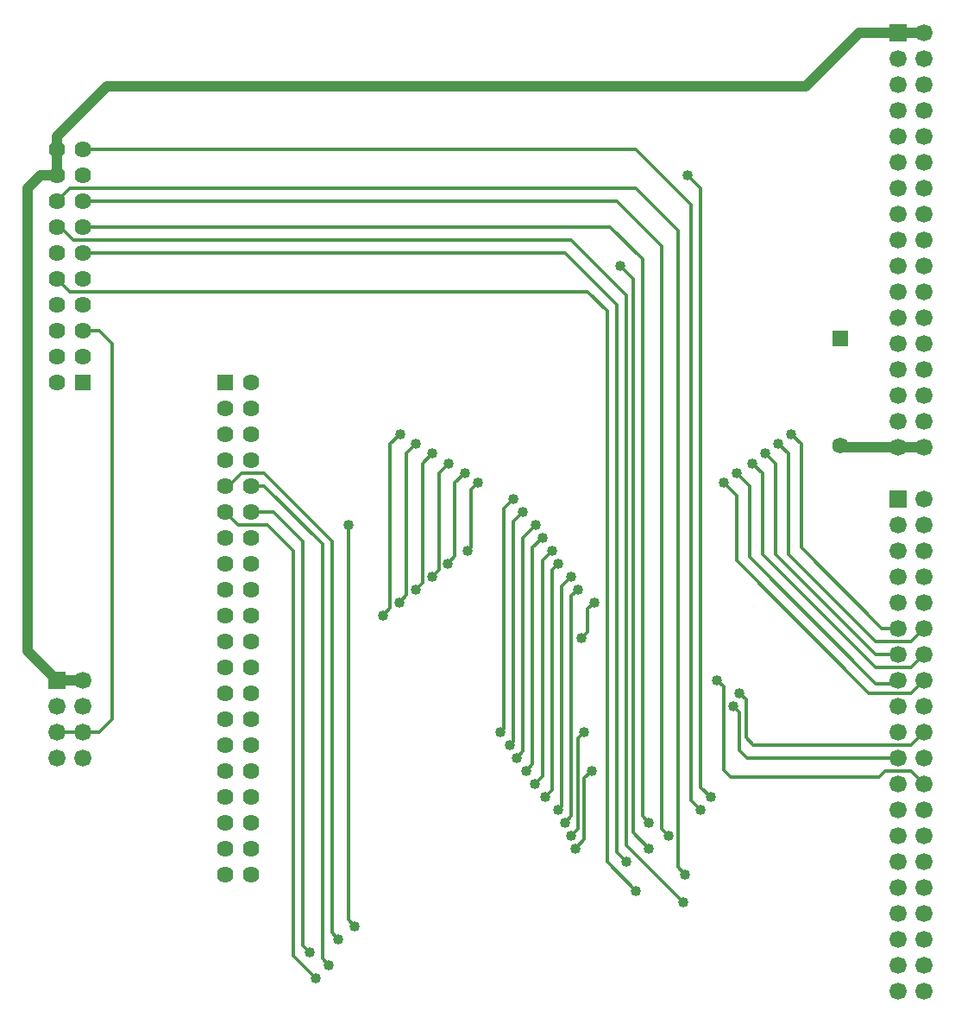
<source format=gbr>
G04 DipTrace 4.3.0.5*
G04 1 - Top.gbr*
%MOMM*%
G04 #@! TF.FileFunction,Copper,L1,Top*
G04 #@! TF.Part,Single*
G04 #@! TA.AperFunction,Conductor*
%ADD16C,1.0*%
%ADD17C,0.3302*%
G04 #@! TA.AperFunction,ComponentPad*
%ADD20R,1.59X1.59*%
%ADD21C,1.59*%
%ADD22R,1.69X1.69*%
%ADD23C,1.69*%
%ADD24R,1.62X1.62*%
%ADD25C,1.62*%
G04 #@! TA.AperFunction,ViaPad*
%ADD26C,1.016*%
%FSLAX35Y35*%
G04*
G71*
G90*
G75*
G01*
G04 Top*
%LPD*%
X-3619500Y-1238250D2*
D17*
X-3556000Y-1174750D1*
Y-952500D1*
X-3492500Y-889000D1*
X-5562797Y-1016000D2*
X-5492750Y-945953D1*
Y666750D1*
X-5397500Y762000D1*
X-1555750D2*
X-1460500Y666750D1*
Y-349250D1*
X-666750Y-1143000D1*
X-508000D1*
X-5404047Y-889000D2*
X-5334000Y-818953D1*
Y571500D1*
X-5238750Y666750D1*
X-1682750D2*
X-1587500Y571500D1*
Y-412750D1*
X-730250Y-1270000D1*
X-381000D1*
X-254000Y-1143000D1*
X-5238750Y-762000D2*
X-5175250Y-698500D1*
Y476250D1*
X-5080000Y571500D1*
X-1809750D2*
X-1714500Y476250D1*
Y-412750D1*
X-730250Y-1397000D1*
X-508000D1*
X-5080000Y-635000D2*
X-5016500Y-571500D1*
Y381000D1*
X-4921250Y476250D1*
X-1936750D2*
X-1841500Y381000D1*
Y-412750D1*
X-730250Y-1524000D1*
X-381000D1*
X-254000Y-1397000D1*
X-4927797Y-508000D2*
X-4857750Y-437953D1*
Y285750D1*
X-4762500Y381000D1*
X-2095500D2*
X-1968500Y254000D1*
Y-444500D1*
X-730250Y-1682750D1*
X-539750D1*
X-508000Y-1651000D1*
X-4730750Y-381000D2*
X-4699000Y-349250D1*
Y222250D1*
X-4635500Y285750D1*
X-2222500D2*
X-2095500Y158750D1*
Y-476250D1*
X-793750Y-1778000D1*
X-381000D1*
X-254000Y-1651000D1*
X-2286000D2*
X-2222500Y-1714500D1*
Y-2533453D1*
X-2152453Y-2603500D1*
X-698500D1*
X-635000Y-2540000D1*
X-381000D1*
X-254000Y-2667000D1*
X-3676453Y-3302000D2*
X-3587750Y-3213297D1*
Y-2610047D1*
X-3517703Y-2540000D1*
X-2127250Y-1905000D2*
X-2063750Y-1968500D1*
Y-2342953D1*
X-1993703Y-2413000D1*
X-508000D1*
X-2063750Y-1778000D2*
X-2000250Y-1841500D1*
Y-2215953D1*
X-1930203Y-2286000D1*
X-381000D1*
X-254000Y-2159000D1*
X-3714750Y-3175000D2*
X-3651250Y-3111500D1*
Y-2222500D1*
X-3587750Y-2159000D1*
X-4413250D2*
X-4381500Y-2127250D1*
Y31750D1*
X-4286250Y127000D1*
X-4318000Y-2286000D2*
X-4286250Y-2254250D1*
Y-95250D1*
X-4191000Y0D1*
X-4254500Y-2413000D2*
X-4191000Y-2349500D1*
Y-254000D1*
X-4064000Y-127000D1*
X-4159250Y-2540000D2*
X-4095750Y-2476500D1*
Y-349250D1*
X-4000500Y-254000D1*
X-4070547Y-2667000D2*
X-4000500Y-2596953D1*
Y-476250D1*
X-3905250Y-381000D1*
X-3968750Y-2794000D2*
X-3905250Y-2730500D1*
Y-571500D1*
X-3841750Y-508000D1*
Y-2921000D2*
X-3810000Y-2889250D1*
Y-730250D1*
X-3714750Y-635000D1*
X-3778250Y-3048000D2*
X-3714750Y-2984500D1*
Y-825500D1*
X-3651250Y-762000D1*
X-508000Y4699000D2*
D16*
X-889000D1*
X-1412873Y4175127D1*
X-8270873D1*
X-8763000Y3683000D1*
Y3556000D1*
Y3302000D1*
X-8921750D1*
X-9048750Y3175000D1*
Y-1365250D1*
X-8763000Y-1651000D1*
X-254000Y4699000D2*
X-508000D1*
X-8763000Y-1651000D2*
X-8509000D1*
Y1778000D2*
D17*
X-8350250D1*
X-8223250Y1651000D1*
Y-2032000D1*
X-8350250Y-2159000D1*
X-8509000D1*
X-8763000D1*
X-508000Y635000D2*
D16*
X-1063750D1*
X-1079500Y650750D1*
X-254000Y635000D2*
X-508000D1*
X-6858000Y254000D2*
D17*
X-6731000D1*
X-6159500Y-317500D1*
Y-4381500D1*
X-6096000Y-4445000D1*
X-7112000Y0D2*
X-6985000Y-127000D1*
X-6699250D1*
X-6445250Y-381000D1*
Y-4349750D1*
X-6223000Y-4572000D1*
X-5905500Y-127000D2*
Y-4000500D1*
X-5842000Y-4064000D1*
X-7112000Y254000D2*
X-7080250D1*
X-6953250Y381000D1*
X-6731000D1*
X-6064250Y-285750D1*
Y-4127500D1*
X-6000750Y-4191000D1*
X-2952750Y-3302000D2*
X-3111500Y-3143250D1*
Y2286000D1*
X-3238500Y2413000D1*
X-8763000Y2286000D2*
X-8636000Y2159000D1*
X-3556000D1*
X-3365500Y1968500D1*
Y-3429000D1*
X-3079750Y-3714750D1*
X-8763000Y3048000D2*
X-8636000Y3175000D1*
X-3079750D1*
X-2667000Y2762250D1*
Y-3485953D1*
X-2596953Y-3556000D1*
X-8763000Y2794000D2*
X-8731250D1*
X-8604250Y2667000D1*
X-3714750D1*
X-3175000Y2127250D1*
Y-3270250D1*
X-2619147Y-3826103D1*
X-8509000Y3556000D2*
X-3079750D1*
X-2540000Y3016250D1*
Y-2825750D1*
X-2444750Y-2921000D1*
X-2571750Y3302000D2*
X-2444750Y3175000D1*
Y-2698750D1*
X-2349500Y-2794000D1*
X-6858000Y0D2*
X-6635750D1*
X-6350000Y-285750D1*
Y-4254500D1*
X-6286500Y-4318000D1*
X-8509000Y3048000D2*
X-3270250D1*
X-2825750Y2603500D1*
Y-3111500D1*
X-2762250Y-3175000D1*
X-2952750Y-3048000D2*
X-3016250Y-2984500D1*
Y2476500D1*
X-3333750Y2794000D1*
X-8509000D1*
Y2540000D2*
X-3778250D1*
X-3270250Y2032000D1*
Y-3333750D1*
X-3175000Y-3429000D1*
D26*
X-3619500Y-1238250D3*
X-3492500Y-889000D3*
X-5562797Y-1016000D3*
X-5397500Y762000D3*
X-1555750D3*
X-5404047Y-889000D3*
X-5238750Y666750D3*
X-1682750D3*
X-5238750Y-762000D3*
X-5080000Y571500D3*
X-1809750D3*
X-5080000Y-635000D3*
X-4921250Y476250D3*
X-1936750D3*
X-4927797Y-508000D3*
X-4762500Y381000D3*
X-2095500D3*
X-4730750Y-381000D3*
X-4635500Y285750D3*
X-2222500D3*
X-2286000Y-1651000D3*
X-3676453Y-3302000D3*
X-3517703Y-2540000D3*
X-2127250Y-1905000D3*
X-2063750Y-1778000D3*
X-3714750Y-3175000D3*
X-3587750Y-2159000D3*
X-4413250D3*
X-4286250Y127000D3*
X-4318000Y-2286000D3*
X-4191000Y0D3*
X-4254500Y-2413000D3*
X-4064000Y-127000D3*
X-4159250Y-2540000D3*
X-4000500Y-254000D3*
X-4070547Y-2667000D3*
X-3905250Y-381000D3*
X-3968750Y-2794000D3*
X-3841750Y-508000D3*
Y-2921000D3*
X-3714750Y-635000D3*
X-3778250Y-3048000D3*
X-3651250Y-762000D3*
X-6096000Y-4445000D3*
X-6223000Y-4572000D3*
X-5905500Y-127000D3*
X-5842000Y-4064000D3*
X-6000750Y-4191000D3*
X-2952750Y-3302000D3*
X-3238500Y2413000D3*
X-3079750Y-3714750D3*
X-2596953Y-3556000D3*
X-2619147Y-3826103D3*
X-2444750Y-2921000D3*
X-2571750Y3302000D3*
X-2349500Y-2794000D3*
X-6286500Y-4318000D3*
X-2762250Y-3175000D3*
X-2952750Y-3048000D3*
X-3175000Y-3429000D3*
D20*
X-1079500Y1698750D3*
D21*
Y650750D3*
D22*
X-508000Y127000D3*
D23*
X-254000D3*
X-508000Y-127000D3*
X-254000D3*
X-508000Y-381000D3*
X-254000D3*
X-508000Y-635000D3*
X-254000D3*
X-508000Y-889000D3*
X-254000D3*
X-508000Y-1143000D3*
X-254000D3*
X-508000Y-1397000D3*
X-254000D3*
X-508000Y-1651000D3*
X-254000D3*
X-508000Y-1905000D3*
X-254000D3*
X-508000Y-2159000D3*
X-254000D3*
X-508000Y-2413000D3*
X-254000D3*
X-508000Y-2667000D3*
X-254000D3*
X-508000Y-2921000D3*
X-254000D3*
X-508000Y-3175000D3*
X-254000D3*
X-508000Y-3429000D3*
X-254000D3*
X-508000Y-3683000D3*
X-254000D3*
X-508000Y-3937000D3*
X-254000D3*
X-508000Y-4191000D3*
X-254000D3*
X-508000Y-4445000D3*
X-254000D3*
X-508000Y-4699000D3*
X-254000D3*
D22*
X-508000Y4699000D3*
D23*
X-254000D3*
X-508000Y4445000D3*
X-254000D3*
X-508000Y4191000D3*
X-254000D3*
X-508000Y3937000D3*
X-254000D3*
X-508000Y3683000D3*
X-254000D3*
X-508000Y3429000D3*
X-254000D3*
X-508000Y3175000D3*
X-254000D3*
X-508000Y2921000D3*
X-254000D3*
X-508000Y2667000D3*
X-254000D3*
X-508000Y2413000D3*
X-254000D3*
X-508000Y2159000D3*
X-254000D3*
X-508000Y1905000D3*
X-254000D3*
X-508000Y1651000D3*
X-254000D3*
X-508000Y1397000D3*
X-254000D3*
X-508000Y1143000D3*
X-254000D3*
X-508000Y889000D3*
X-254000D3*
X-508000Y635000D3*
X-254000D3*
D24*
X-7112000Y1270000D3*
D25*
X-6858000D3*
X-7112000Y1016000D3*
X-6858000D3*
X-7112000Y762000D3*
X-6858000D3*
X-7112000Y508000D3*
X-6858000D3*
X-7112000Y254000D3*
X-6858000D3*
X-7112000Y0D3*
X-6858000D3*
X-7112000Y-254000D3*
X-6858000D3*
X-7112000Y-508000D3*
X-6858000D3*
X-7112000Y-762000D3*
X-6858000D3*
X-7112000Y-1016000D3*
X-6858000D3*
X-7112000Y-1270000D3*
X-6858000D3*
X-7112000Y-1524000D3*
X-6858000D3*
X-7112000Y-1778000D3*
X-6858000D3*
X-7112000Y-2032000D3*
X-6858000D3*
X-7112000Y-2286000D3*
X-6858000D3*
X-7112000Y-2540000D3*
X-6858000D3*
X-7112000Y-2794000D3*
X-6858000D3*
X-7112000Y-3048000D3*
X-6858000D3*
X-7112000Y-3302000D3*
X-6858000D3*
X-7112000Y-3556000D3*
X-6858000D3*
D24*
X-8509000Y1270000D3*
D25*
X-8763000D3*
X-8509000Y1524000D3*
X-8763000D3*
X-8509000Y1778000D3*
X-8763000D3*
X-8509000Y2032000D3*
X-8763000D3*
X-8509000Y2286000D3*
X-8763000D3*
X-8509000Y2540000D3*
X-8763000D3*
X-8509000Y2794000D3*
X-8763000D3*
X-8509000Y3048000D3*
X-8763000D3*
X-8509000Y3302000D3*
X-8763000D3*
X-8509000Y3556000D3*
X-8763000D3*
D22*
Y-1651000D3*
D23*
X-8509000D3*
X-8763000Y-1905000D3*
X-8509000D3*
X-8763000Y-2159000D3*
X-8509000D3*
X-8763000Y-2413000D3*
X-8509000D3*
M02*

</source>
